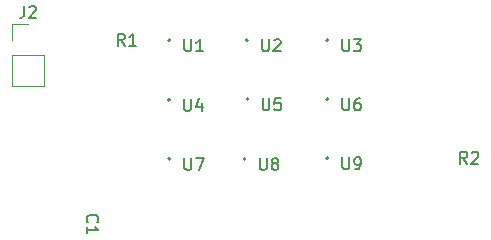
<source format=gbr>
%TF.GenerationSoftware,KiCad,Pcbnew,7.0.6*%
%TF.CreationDate,2023-07-25T20:45:17+02:00*%
%TF.ProjectId,led_strip,6c65645f-7374-4726-9970-2e6b69636164,rev?*%
%TF.SameCoordinates,Original*%
%TF.FileFunction,Legend,Top*%
%TF.FilePolarity,Positive*%
%FSLAX46Y46*%
G04 Gerber Fmt 4.6, Leading zero omitted, Abs format (unit mm)*
G04 Created by KiCad (PCBNEW 7.0.6) date 2023-07-25 20:45:17*
%MOMM*%
%LPD*%
G01*
G04 APERTURE LIST*
%ADD10C,0.150000*%
%ADD11C,0.152400*%
%ADD12C,0.120000*%
G04 APERTURE END LIST*
D10*
X108617494Y-44929819D02*
X108617494Y-45739342D01*
X108617494Y-45739342D02*
X108665113Y-45834580D01*
X108665113Y-45834580D02*
X108712732Y-45882200D01*
X108712732Y-45882200D02*
X108807970Y-45929819D01*
X108807970Y-45929819D02*
X108998446Y-45929819D01*
X108998446Y-45929819D02*
X109093684Y-45882200D01*
X109093684Y-45882200D02*
X109141303Y-45834580D01*
X109141303Y-45834580D02*
X109188922Y-45739342D01*
X109188922Y-45739342D02*
X109188922Y-44929819D01*
X109712732Y-45929819D02*
X109903208Y-45929819D01*
X109903208Y-45929819D02*
X109998446Y-45882200D01*
X109998446Y-45882200D02*
X110046065Y-45834580D01*
X110046065Y-45834580D02*
X110141303Y-45691723D01*
X110141303Y-45691723D02*
X110188922Y-45501247D01*
X110188922Y-45501247D02*
X110188922Y-45120295D01*
X110188922Y-45120295D02*
X110141303Y-45025057D01*
X110141303Y-45025057D02*
X110093684Y-44977438D01*
X110093684Y-44977438D02*
X109998446Y-44929819D01*
X109998446Y-44929819D02*
X109807970Y-44929819D01*
X109807970Y-44929819D02*
X109712732Y-44977438D01*
X109712732Y-44977438D02*
X109665113Y-45025057D01*
X109665113Y-45025057D02*
X109617494Y-45120295D01*
X109617494Y-45120295D02*
X109617494Y-45358390D01*
X109617494Y-45358390D02*
X109665113Y-45453628D01*
X109665113Y-45453628D02*
X109712732Y-45501247D01*
X109712732Y-45501247D02*
X109807970Y-45548866D01*
X109807970Y-45548866D02*
X109998446Y-45548866D01*
X109998446Y-45548866D02*
X110093684Y-45501247D01*
X110093684Y-45501247D02*
X110141303Y-45453628D01*
X110141303Y-45453628D02*
X110188922Y-45358390D01*
X101617494Y-44979819D02*
X101617494Y-45789342D01*
X101617494Y-45789342D02*
X101665113Y-45884580D01*
X101665113Y-45884580D02*
X101712732Y-45932200D01*
X101712732Y-45932200D02*
X101807970Y-45979819D01*
X101807970Y-45979819D02*
X101998446Y-45979819D01*
X101998446Y-45979819D02*
X102093684Y-45932200D01*
X102093684Y-45932200D02*
X102141303Y-45884580D01*
X102141303Y-45884580D02*
X102188922Y-45789342D01*
X102188922Y-45789342D02*
X102188922Y-44979819D01*
X102807970Y-45408390D02*
X102712732Y-45360771D01*
X102712732Y-45360771D02*
X102665113Y-45313152D01*
X102665113Y-45313152D02*
X102617494Y-45217914D01*
X102617494Y-45217914D02*
X102617494Y-45170295D01*
X102617494Y-45170295D02*
X102665113Y-45075057D01*
X102665113Y-45075057D02*
X102712732Y-45027438D01*
X102712732Y-45027438D02*
X102807970Y-44979819D01*
X102807970Y-44979819D02*
X102998446Y-44979819D01*
X102998446Y-44979819D02*
X103093684Y-45027438D01*
X103093684Y-45027438D02*
X103141303Y-45075057D01*
X103141303Y-45075057D02*
X103188922Y-45170295D01*
X103188922Y-45170295D02*
X103188922Y-45217914D01*
X103188922Y-45217914D02*
X103141303Y-45313152D01*
X103141303Y-45313152D02*
X103093684Y-45360771D01*
X103093684Y-45360771D02*
X102998446Y-45408390D01*
X102998446Y-45408390D02*
X102807970Y-45408390D01*
X102807970Y-45408390D02*
X102712732Y-45456009D01*
X102712732Y-45456009D02*
X102665113Y-45503628D01*
X102665113Y-45503628D02*
X102617494Y-45598866D01*
X102617494Y-45598866D02*
X102617494Y-45789342D01*
X102617494Y-45789342D02*
X102665113Y-45884580D01*
X102665113Y-45884580D02*
X102712732Y-45932200D01*
X102712732Y-45932200D02*
X102807970Y-45979819D01*
X102807970Y-45979819D02*
X102998446Y-45979819D01*
X102998446Y-45979819D02*
X103093684Y-45932200D01*
X103093684Y-45932200D02*
X103141303Y-45884580D01*
X103141303Y-45884580D02*
X103188922Y-45789342D01*
X103188922Y-45789342D02*
X103188922Y-45598866D01*
X103188922Y-45598866D02*
X103141303Y-45503628D01*
X103141303Y-45503628D02*
X103093684Y-45456009D01*
X103093684Y-45456009D02*
X102998446Y-45408390D01*
X95238095Y-44979819D02*
X95238095Y-45789342D01*
X95238095Y-45789342D02*
X95285714Y-45884580D01*
X95285714Y-45884580D02*
X95333333Y-45932200D01*
X95333333Y-45932200D02*
X95428571Y-45979819D01*
X95428571Y-45979819D02*
X95619047Y-45979819D01*
X95619047Y-45979819D02*
X95714285Y-45932200D01*
X95714285Y-45932200D02*
X95761904Y-45884580D01*
X95761904Y-45884580D02*
X95809523Y-45789342D01*
X95809523Y-45789342D02*
X95809523Y-44979819D01*
X96190476Y-44979819D02*
X96857142Y-44979819D01*
X96857142Y-44979819D02*
X96428571Y-45979819D01*
X108617494Y-39929819D02*
X108617494Y-40739342D01*
X108617494Y-40739342D02*
X108665113Y-40834580D01*
X108665113Y-40834580D02*
X108712732Y-40882200D01*
X108712732Y-40882200D02*
X108807970Y-40929819D01*
X108807970Y-40929819D02*
X108998446Y-40929819D01*
X108998446Y-40929819D02*
X109093684Y-40882200D01*
X109093684Y-40882200D02*
X109141303Y-40834580D01*
X109141303Y-40834580D02*
X109188922Y-40739342D01*
X109188922Y-40739342D02*
X109188922Y-39929819D01*
X110093684Y-39929819D02*
X109903208Y-39929819D01*
X109903208Y-39929819D02*
X109807970Y-39977438D01*
X109807970Y-39977438D02*
X109760351Y-40025057D01*
X109760351Y-40025057D02*
X109665113Y-40167914D01*
X109665113Y-40167914D02*
X109617494Y-40358390D01*
X109617494Y-40358390D02*
X109617494Y-40739342D01*
X109617494Y-40739342D02*
X109665113Y-40834580D01*
X109665113Y-40834580D02*
X109712732Y-40882200D01*
X109712732Y-40882200D02*
X109807970Y-40929819D01*
X109807970Y-40929819D02*
X109998446Y-40929819D01*
X109998446Y-40929819D02*
X110093684Y-40882200D01*
X110093684Y-40882200D02*
X110141303Y-40834580D01*
X110141303Y-40834580D02*
X110188922Y-40739342D01*
X110188922Y-40739342D02*
X110188922Y-40501247D01*
X110188922Y-40501247D02*
X110141303Y-40406009D01*
X110141303Y-40406009D02*
X110093684Y-40358390D01*
X110093684Y-40358390D02*
X109998446Y-40310771D01*
X109998446Y-40310771D02*
X109807970Y-40310771D01*
X109807970Y-40310771D02*
X109712732Y-40358390D01*
X109712732Y-40358390D02*
X109665113Y-40406009D01*
X109665113Y-40406009D02*
X109617494Y-40501247D01*
X101858696Y-39929819D02*
X101858696Y-40739342D01*
X101858696Y-40739342D02*
X101906315Y-40834580D01*
X101906315Y-40834580D02*
X101953934Y-40882200D01*
X101953934Y-40882200D02*
X102049172Y-40929819D01*
X102049172Y-40929819D02*
X102239648Y-40929819D01*
X102239648Y-40929819D02*
X102334886Y-40882200D01*
X102334886Y-40882200D02*
X102382505Y-40834580D01*
X102382505Y-40834580D02*
X102430124Y-40739342D01*
X102430124Y-40739342D02*
X102430124Y-39929819D01*
X103382505Y-39929819D02*
X102906315Y-39929819D01*
X102906315Y-39929819D02*
X102858696Y-40406009D01*
X102858696Y-40406009D02*
X102906315Y-40358390D01*
X102906315Y-40358390D02*
X103001553Y-40310771D01*
X103001553Y-40310771D02*
X103239648Y-40310771D01*
X103239648Y-40310771D02*
X103334886Y-40358390D01*
X103334886Y-40358390D02*
X103382505Y-40406009D01*
X103382505Y-40406009D02*
X103430124Y-40501247D01*
X103430124Y-40501247D02*
X103430124Y-40739342D01*
X103430124Y-40739342D02*
X103382505Y-40834580D01*
X103382505Y-40834580D02*
X103334886Y-40882200D01*
X103334886Y-40882200D02*
X103239648Y-40929819D01*
X103239648Y-40929819D02*
X103001553Y-40929819D01*
X103001553Y-40929819D02*
X102906315Y-40882200D01*
X102906315Y-40882200D02*
X102858696Y-40834580D01*
X95217494Y-39979819D02*
X95217494Y-40789342D01*
X95217494Y-40789342D02*
X95265113Y-40884580D01*
X95265113Y-40884580D02*
X95312732Y-40932200D01*
X95312732Y-40932200D02*
X95407970Y-40979819D01*
X95407970Y-40979819D02*
X95598446Y-40979819D01*
X95598446Y-40979819D02*
X95693684Y-40932200D01*
X95693684Y-40932200D02*
X95741303Y-40884580D01*
X95741303Y-40884580D02*
X95788922Y-40789342D01*
X95788922Y-40789342D02*
X95788922Y-39979819D01*
X96693684Y-40313152D02*
X96693684Y-40979819D01*
X96455589Y-39932200D02*
X96217494Y-40646485D01*
X96217494Y-40646485D02*
X96836541Y-40646485D01*
X108617494Y-34929819D02*
X108617494Y-35739342D01*
X108617494Y-35739342D02*
X108665113Y-35834580D01*
X108665113Y-35834580D02*
X108712732Y-35882200D01*
X108712732Y-35882200D02*
X108807970Y-35929819D01*
X108807970Y-35929819D02*
X108998446Y-35929819D01*
X108998446Y-35929819D02*
X109093684Y-35882200D01*
X109093684Y-35882200D02*
X109141303Y-35834580D01*
X109141303Y-35834580D02*
X109188922Y-35739342D01*
X109188922Y-35739342D02*
X109188922Y-34929819D01*
X109569875Y-34929819D02*
X110188922Y-34929819D01*
X110188922Y-34929819D02*
X109855589Y-35310771D01*
X109855589Y-35310771D02*
X109998446Y-35310771D01*
X109998446Y-35310771D02*
X110093684Y-35358390D01*
X110093684Y-35358390D02*
X110141303Y-35406009D01*
X110141303Y-35406009D02*
X110188922Y-35501247D01*
X110188922Y-35501247D02*
X110188922Y-35739342D01*
X110188922Y-35739342D02*
X110141303Y-35834580D01*
X110141303Y-35834580D02*
X110093684Y-35882200D01*
X110093684Y-35882200D02*
X109998446Y-35929819D01*
X109998446Y-35929819D02*
X109712732Y-35929819D01*
X109712732Y-35929819D02*
X109617494Y-35882200D01*
X109617494Y-35882200D02*
X109569875Y-35834580D01*
X101817494Y-34929819D02*
X101817494Y-35739342D01*
X101817494Y-35739342D02*
X101865113Y-35834580D01*
X101865113Y-35834580D02*
X101912732Y-35882200D01*
X101912732Y-35882200D02*
X102007970Y-35929819D01*
X102007970Y-35929819D02*
X102198446Y-35929819D01*
X102198446Y-35929819D02*
X102293684Y-35882200D01*
X102293684Y-35882200D02*
X102341303Y-35834580D01*
X102341303Y-35834580D02*
X102388922Y-35739342D01*
X102388922Y-35739342D02*
X102388922Y-34929819D01*
X102817494Y-35025057D02*
X102865113Y-34977438D01*
X102865113Y-34977438D02*
X102960351Y-34929819D01*
X102960351Y-34929819D02*
X103198446Y-34929819D01*
X103198446Y-34929819D02*
X103293684Y-34977438D01*
X103293684Y-34977438D02*
X103341303Y-35025057D01*
X103341303Y-35025057D02*
X103388922Y-35120295D01*
X103388922Y-35120295D02*
X103388922Y-35215533D01*
X103388922Y-35215533D02*
X103341303Y-35358390D01*
X103341303Y-35358390D02*
X102769875Y-35929819D01*
X102769875Y-35929819D02*
X103388922Y-35929819D01*
X95238095Y-34929819D02*
X95238095Y-35739342D01*
X95238095Y-35739342D02*
X95285714Y-35834580D01*
X95285714Y-35834580D02*
X95333333Y-35882200D01*
X95333333Y-35882200D02*
X95428571Y-35929819D01*
X95428571Y-35929819D02*
X95619047Y-35929819D01*
X95619047Y-35929819D02*
X95714285Y-35882200D01*
X95714285Y-35882200D02*
X95761904Y-35834580D01*
X95761904Y-35834580D02*
X95809523Y-35739342D01*
X95809523Y-35739342D02*
X95809523Y-34929819D01*
X96809523Y-35929819D02*
X96238095Y-35929819D01*
X96523809Y-35929819D02*
X96523809Y-34929819D01*
X96523809Y-34929819D02*
X96428571Y-35072676D01*
X96428571Y-35072676D02*
X96333333Y-35167914D01*
X96333333Y-35167914D02*
X96238095Y-35215533D01*
X119174633Y-45454819D02*
X118841300Y-44978628D01*
X118603205Y-45454819D02*
X118603205Y-44454819D01*
X118603205Y-44454819D02*
X118984157Y-44454819D01*
X118984157Y-44454819D02*
X119079395Y-44502438D01*
X119079395Y-44502438D02*
X119127014Y-44550057D01*
X119127014Y-44550057D02*
X119174633Y-44645295D01*
X119174633Y-44645295D02*
X119174633Y-44788152D01*
X119174633Y-44788152D02*
X119127014Y-44883390D01*
X119127014Y-44883390D02*
X119079395Y-44931009D01*
X119079395Y-44931009D02*
X118984157Y-44978628D01*
X118984157Y-44978628D02*
X118603205Y-44978628D01*
X119555586Y-44550057D02*
X119603205Y-44502438D01*
X119603205Y-44502438D02*
X119698443Y-44454819D01*
X119698443Y-44454819D02*
X119936538Y-44454819D01*
X119936538Y-44454819D02*
X120031776Y-44502438D01*
X120031776Y-44502438D02*
X120079395Y-44550057D01*
X120079395Y-44550057D02*
X120127014Y-44645295D01*
X120127014Y-44645295D02*
X120127014Y-44740533D01*
X120127014Y-44740533D02*
X120079395Y-44883390D01*
X120079395Y-44883390D02*
X119507967Y-45454819D01*
X119507967Y-45454819D02*
X120127014Y-45454819D01*
X90174633Y-35454819D02*
X89841300Y-34978628D01*
X89603205Y-35454819D02*
X89603205Y-34454819D01*
X89603205Y-34454819D02*
X89984157Y-34454819D01*
X89984157Y-34454819D02*
X90079395Y-34502438D01*
X90079395Y-34502438D02*
X90127014Y-34550057D01*
X90127014Y-34550057D02*
X90174633Y-34645295D01*
X90174633Y-34645295D02*
X90174633Y-34788152D01*
X90174633Y-34788152D02*
X90127014Y-34883390D01*
X90127014Y-34883390D02*
X90079395Y-34931009D01*
X90079395Y-34931009D02*
X89984157Y-34978628D01*
X89984157Y-34978628D02*
X89603205Y-34978628D01*
X91127014Y-35454819D02*
X90555586Y-35454819D01*
X90841300Y-35454819D02*
X90841300Y-34454819D01*
X90841300Y-34454819D02*
X90746062Y-34597676D01*
X90746062Y-34597676D02*
X90650824Y-34692914D01*
X90650824Y-34692914D02*
X90555586Y-34740533D01*
X87040419Y-50407883D02*
X86992800Y-50360264D01*
X86992800Y-50360264D02*
X86945180Y-50217407D01*
X86945180Y-50217407D02*
X86945180Y-50122169D01*
X86945180Y-50122169D02*
X86992800Y-49979312D01*
X86992800Y-49979312D02*
X87088038Y-49884074D01*
X87088038Y-49884074D02*
X87183276Y-49836455D01*
X87183276Y-49836455D02*
X87373752Y-49788836D01*
X87373752Y-49788836D02*
X87516609Y-49788836D01*
X87516609Y-49788836D02*
X87707085Y-49836455D01*
X87707085Y-49836455D02*
X87802323Y-49884074D01*
X87802323Y-49884074D02*
X87897561Y-49979312D01*
X87897561Y-49979312D02*
X87945180Y-50122169D01*
X87945180Y-50122169D02*
X87945180Y-50217407D01*
X87945180Y-50217407D02*
X87897561Y-50360264D01*
X87897561Y-50360264D02*
X87849942Y-50407883D01*
X86945180Y-51360264D02*
X86945180Y-50788836D01*
X86945180Y-51074550D02*
X87945180Y-51074550D01*
X87945180Y-51074550D02*
X87802323Y-50979312D01*
X87802323Y-50979312D02*
X87707085Y-50884074D01*
X87707085Y-50884074D02*
X87659466Y-50788836D01*
X81666666Y-32124819D02*
X81666666Y-32839104D01*
X81666666Y-32839104D02*
X81619047Y-32981961D01*
X81619047Y-32981961D02*
X81523809Y-33077200D01*
X81523809Y-33077200D02*
X81380952Y-33124819D01*
X81380952Y-33124819D02*
X81285714Y-33124819D01*
X82095238Y-32220057D02*
X82142857Y-32172438D01*
X82142857Y-32172438D02*
X82238095Y-32124819D01*
X82238095Y-32124819D02*
X82476190Y-32124819D01*
X82476190Y-32124819D02*
X82571428Y-32172438D01*
X82571428Y-32172438D02*
X82619047Y-32220057D01*
X82619047Y-32220057D02*
X82666666Y-32315295D01*
X82666666Y-32315295D02*
X82666666Y-32410533D01*
X82666666Y-32410533D02*
X82619047Y-32553390D01*
X82619047Y-32553390D02*
X82047619Y-33124819D01*
X82047619Y-33124819D02*
X82666666Y-33124819D01*
D11*
%TO.C,U9*%
X107430200Y-45000000D02*
G75*
G03*
X107430200Y-45000000I-101600J0D01*
G01*
%TO.C,U8*%
X100430200Y-45050000D02*
G75*
G03*
X100430200Y-45050000I-101600J0D01*
G01*
%TO.C,U7*%
X94050801Y-45050000D02*
G75*
G03*
X94050801Y-45050000I-101600J0D01*
G01*
%TO.C,U6*%
X107430200Y-40000000D02*
G75*
G03*
X107430200Y-40000000I-101600J0D01*
G01*
%TO.C,U5*%
X100671402Y-40000000D02*
G75*
G03*
X100671402Y-40000000I-101600J0D01*
G01*
%TO.C,U4*%
X94030200Y-40050000D02*
G75*
G03*
X94030200Y-40050000I-101600J0D01*
G01*
%TO.C,U3*%
X107430200Y-35000000D02*
G75*
G03*
X107430200Y-35000000I-101600J0D01*
G01*
%TO.C,U2*%
X100630200Y-35000000D02*
G75*
G03*
X100630200Y-35000000I-101600J0D01*
G01*
%TO.C,U1*%
X94050801Y-35000000D02*
G75*
G03*
X94050801Y-35000000I-101600J0D01*
G01*
D12*
%TO.C,J2*%
X80670000Y-35000000D02*
X80670000Y-33670000D01*
X80670000Y-38870000D02*
X83330000Y-38870000D01*
X80670000Y-36270000D02*
X80670000Y-38870000D01*
X80670000Y-36270000D02*
X83330000Y-36270000D01*
X80670000Y-33670000D02*
X82000000Y-33670000D01*
X83330000Y-36270000D02*
X83330000Y-38870000D01*
%TD*%
M02*

</source>
